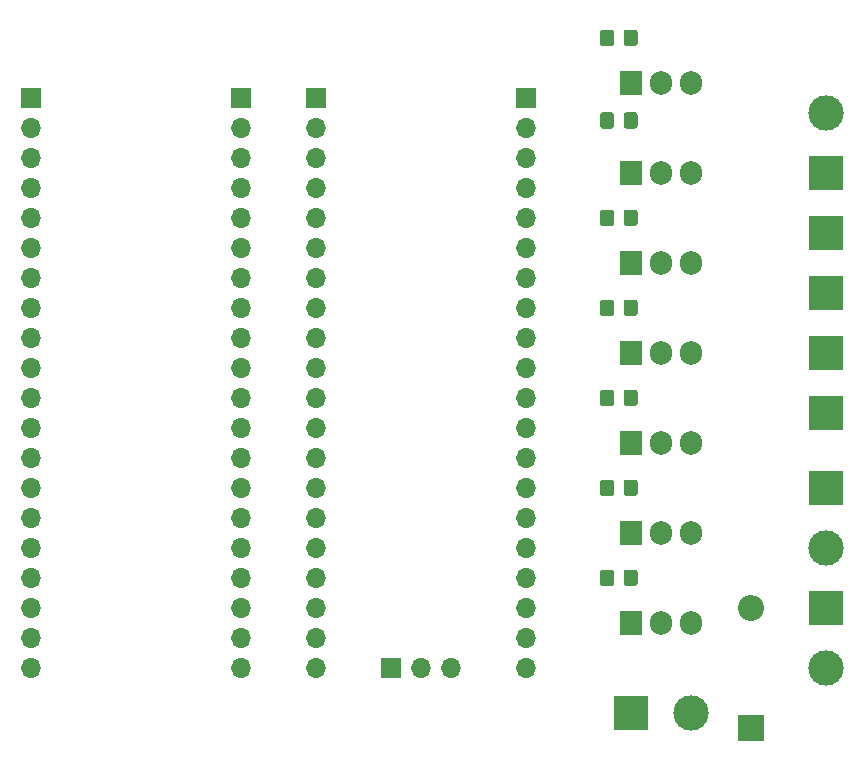
<source format=gbr>
%TF.GenerationSoftware,KiCad,Pcbnew,(5.1.10)-1*%
%TF.CreationDate,2022-01-11T17:35:31-08:00*%
%TF.ProjectId,science_cake_mosfets_2,73636965-6e63-4655-9f63-616b655f6d6f,rev?*%
%TF.SameCoordinates,Original*%
%TF.FileFunction,Soldermask,Top*%
%TF.FilePolarity,Negative*%
%FSLAX46Y46*%
G04 Gerber Fmt 4.6, Leading zero omitted, Abs format (unit mm)*
G04 Created by KiCad (PCBNEW (5.1.10)-1) date 2022-01-11 17:35:31*
%MOMM*%
%LPD*%
G01*
G04 APERTURE LIST*
%ADD10O,1.905000X2.000000*%
%ADD11R,1.905000X2.000000*%
%ADD12R,1.700000X1.700000*%
%ADD13O,1.700000X1.700000*%
%ADD14R,3.000000X3.000000*%
%ADD15C,3.000000*%
%ADD16R,2.200000X2.200000*%
%ADD17O,2.200000X2.200000*%
G04 APERTURE END LIST*
D10*
%TO.C,Q5*%
X148590000Y-100330000D03*
X146050000Y-100330000D03*
D11*
X143510000Y-100330000D03*
%TD*%
D12*
%TO.C,J3*%
X116840000Y-86360000D03*
D13*
X116840000Y-88900000D03*
X116840000Y-91440000D03*
X116840000Y-93980000D03*
X116840000Y-96520000D03*
X116840000Y-99060000D03*
X116840000Y-101600000D03*
X116840000Y-104140000D03*
X116840000Y-106680000D03*
X116840000Y-109220000D03*
X116840000Y-111760000D03*
X116840000Y-114300000D03*
X116840000Y-116840000D03*
X116840000Y-119380000D03*
X116840000Y-121920000D03*
X116840000Y-124460000D03*
X116840000Y-127000000D03*
X116840000Y-129540000D03*
X116840000Y-132080000D03*
X116840000Y-134620000D03*
%TD*%
%TO.C,J2*%
X110490000Y-134620000D03*
X110490000Y-132080000D03*
X110490000Y-129540000D03*
X110490000Y-127000000D03*
X110490000Y-124460000D03*
X110490000Y-121920000D03*
X110490000Y-119380000D03*
X110490000Y-116840000D03*
X110490000Y-114300000D03*
X110490000Y-111760000D03*
X110490000Y-109220000D03*
X110490000Y-106680000D03*
X110490000Y-104140000D03*
X110490000Y-101600000D03*
X110490000Y-99060000D03*
X110490000Y-96520000D03*
X110490000Y-93980000D03*
X110490000Y-91440000D03*
X110490000Y-88900000D03*
D12*
X110490000Y-86360000D03*
%TD*%
D11*
%TO.C,Q6*%
X143510000Y-107950000D03*
D10*
X146050000Y-107950000D03*
X148590000Y-107950000D03*
%TD*%
D14*
%TO.C,J7*%
X160020000Y-107950000D03*
X160020000Y-102870000D03*
X160020000Y-113030000D03*
X160020000Y-97790000D03*
X160020000Y-92710000D03*
D15*
X160020000Y-87630000D03*
%TD*%
D16*
%TO.C,D1*%
X153670000Y-139700000D03*
D17*
X153670000Y-129540000D03*
%TD*%
D13*
%TO.C,J1*%
X92710000Y-134620000D03*
X92710000Y-132080000D03*
X92710000Y-129540000D03*
X92710000Y-127000000D03*
X92710000Y-124460000D03*
X92710000Y-121920000D03*
X92710000Y-119380000D03*
X92710000Y-116840000D03*
X92710000Y-114300000D03*
X92710000Y-111760000D03*
X92710000Y-109220000D03*
X92710000Y-106680000D03*
X92710000Y-104140000D03*
X92710000Y-101600000D03*
X92710000Y-99060000D03*
X92710000Y-96520000D03*
X92710000Y-93980000D03*
X92710000Y-91440000D03*
X92710000Y-88900000D03*
D12*
X92710000Y-86360000D03*
%TD*%
%TO.C,J4*%
X123190000Y-134620000D03*
D13*
X125730000Y-134620000D03*
X128270000Y-134620000D03*
%TD*%
D12*
%TO.C,J5*%
X134620000Y-86360000D03*
D13*
X134620000Y-88900000D03*
X134620000Y-91440000D03*
X134620000Y-93980000D03*
X134620000Y-96520000D03*
X134620000Y-99060000D03*
X134620000Y-101600000D03*
X134620000Y-104140000D03*
X134620000Y-106680000D03*
X134620000Y-109220000D03*
X134620000Y-111760000D03*
X134620000Y-114300000D03*
X134620000Y-116840000D03*
X134620000Y-119380000D03*
X134620000Y-121920000D03*
X134620000Y-124460000D03*
X134620000Y-127000000D03*
X134620000Y-129540000D03*
X134620000Y-132080000D03*
X134620000Y-134620000D03*
%TD*%
D14*
%TO.C,J6*%
X143510000Y-138430000D03*
D15*
X148590000Y-138430000D03*
%TD*%
D14*
%TO.C,J8*%
X160020000Y-129540000D03*
D15*
X160020000Y-124460000D03*
X160020000Y-134620000D03*
D14*
X160020000Y-119380000D03*
%TD*%
D11*
%TO.C,Q1*%
X143510000Y-130810000D03*
D10*
X146050000Y-130810000D03*
X148590000Y-130810000D03*
%TD*%
%TO.C,Q2*%
X148590000Y-85090000D03*
X146050000Y-85090000D03*
D11*
X143510000Y-85090000D03*
%TD*%
%TO.C,Q3*%
X143510000Y-92710000D03*
D10*
X146050000Y-92710000D03*
X148590000Y-92710000D03*
%TD*%
D11*
%TO.C,Q4*%
X143510000Y-123190000D03*
D10*
X146050000Y-123190000D03*
X148590000Y-123190000D03*
%TD*%
%TO.C,Q7*%
X148590000Y-115570000D03*
X146050000Y-115570000D03*
D11*
X143510000Y-115570000D03*
%TD*%
%TO.C,R1*%
G36*
G01*
X144110000Y-126549999D02*
X144110000Y-127450001D01*
G75*
G02*
X143860001Y-127700000I-249999J0D01*
G01*
X143159999Y-127700000D01*
G75*
G02*
X142910000Y-127450001I0J249999D01*
G01*
X142910000Y-126549999D01*
G75*
G02*
X143159999Y-126300000I249999J0D01*
G01*
X143860001Y-126300000D01*
G75*
G02*
X144110000Y-126549999I0J-249999D01*
G01*
G37*
G36*
G01*
X142110000Y-126549999D02*
X142110000Y-127450001D01*
G75*
G02*
X141860001Y-127700000I-249999J0D01*
G01*
X141159999Y-127700000D01*
G75*
G02*
X140910000Y-127450001I0J249999D01*
G01*
X140910000Y-126549999D01*
G75*
G02*
X141159999Y-126300000I249999J0D01*
G01*
X141860001Y-126300000D01*
G75*
G02*
X142110000Y-126549999I0J-249999D01*
G01*
G37*
%TD*%
%TO.C,R2*%
G36*
G01*
X144110000Y-80829999D02*
X144110000Y-81730001D01*
G75*
G02*
X143860001Y-81980000I-249999J0D01*
G01*
X143159999Y-81980000D01*
G75*
G02*
X142910000Y-81730001I0J249999D01*
G01*
X142910000Y-80829999D01*
G75*
G02*
X143159999Y-80580000I249999J0D01*
G01*
X143860001Y-80580000D01*
G75*
G02*
X144110000Y-80829999I0J-249999D01*
G01*
G37*
G36*
G01*
X142110000Y-80829999D02*
X142110000Y-81730001D01*
G75*
G02*
X141860001Y-81980000I-249999J0D01*
G01*
X141159999Y-81980000D01*
G75*
G02*
X140910000Y-81730001I0J249999D01*
G01*
X140910000Y-80829999D01*
G75*
G02*
X141159999Y-80580000I249999J0D01*
G01*
X141860001Y-80580000D01*
G75*
G02*
X142110000Y-80829999I0J-249999D01*
G01*
G37*
%TD*%
%TO.C,R3*%
G36*
G01*
X142110000Y-87814999D02*
X142110000Y-88715001D01*
G75*
G02*
X141860001Y-88965000I-249999J0D01*
G01*
X141159999Y-88965000D01*
G75*
G02*
X140910000Y-88715001I0J249999D01*
G01*
X140910000Y-87814999D01*
G75*
G02*
X141159999Y-87565000I249999J0D01*
G01*
X141860001Y-87565000D01*
G75*
G02*
X142110000Y-87814999I0J-249999D01*
G01*
G37*
G36*
G01*
X144110000Y-87814999D02*
X144110000Y-88715001D01*
G75*
G02*
X143860001Y-88965000I-249999J0D01*
G01*
X143159999Y-88965000D01*
G75*
G02*
X142910000Y-88715001I0J249999D01*
G01*
X142910000Y-87814999D01*
G75*
G02*
X143159999Y-87565000I249999J0D01*
G01*
X143860001Y-87565000D01*
G75*
G02*
X144110000Y-87814999I0J-249999D01*
G01*
G37*
%TD*%
%TO.C,R4*%
G36*
G01*
X142110000Y-118929999D02*
X142110000Y-119830001D01*
G75*
G02*
X141860001Y-120080000I-249999J0D01*
G01*
X141159999Y-120080000D01*
G75*
G02*
X140910000Y-119830001I0J249999D01*
G01*
X140910000Y-118929999D01*
G75*
G02*
X141159999Y-118680000I249999J0D01*
G01*
X141860001Y-118680000D01*
G75*
G02*
X142110000Y-118929999I0J-249999D01*
G01*
G37*
G36*
G01*
X144110000Y-118929999D02*
X144110000Y-119830001D01*
G75*
G02*
X143860001Y-120080000I-249999J0D01*
G01*
X143159999Y-120080000D01*
G75*
G02*
X142910000Y-119830001I0J249999D01*
G01*
X142910000Y-118929999D01*
G75*
G02*
X143159999Y-118680000I249999J0D01*
G01*
X143860001Y-118680000D01*
G75*
G02*
X144110000Y-118929999I0J-249999D01*
G01*
G37*
%TD*%
%TO.C,R5*%
G36*
G01*
X144110000Y-96069999D02*
X144110000Y-96970001D01*
G75*
G02*
X143860001Y-97220000I-249999J0D01*
G01*
X143159999Y-97220000D01*
G75*
G02*
X142910000Y-96970001I0J249999D01*
G01*
X142910000Y-96069999D01*
G75*
G02*
X143159999Y-95820000I249999J0D01*
G01*
X143860001Y-95820000D01*
G75*
G02*
X144110000Y-96069999I0J-249999D01*
G01*
G37*
G36*
G01*
X142110000Y-96069999D02*
X142110000Y-96970001D01*
G75*
G02*
X141860001Y-97220000I-249999J0D01*
G01*
X141159999Y-97220000D01*
G75*
G02*
X140910000Y-96970001I0J249999D01*
G01*
X140910000Y-96069999D01*
G75*
G02*
X141159999Y-95820000I249999J0D01*
G01*
X141860001Y-95820000D01*
G75*
G02*
X142110000Y-96069999I0J-249999D01*
G01*
G37*
%TD*%
%TO.C,R6*%
G36*
G01*
X144110000Y-103689999D02*
X144110000Y-104590001D01*
G75*
G02*
X143860001Y-104840000I-249999J0D01*
G01*
X143159999Y-104840000D01*
G75*
G02*
X142910000Y-104590001I0J249999D01*
G01*
X142910000Y-103689999D01*
G75*
G02*
X143159999Y-103440000I249999J0D01*
G01*
X143860001Y-103440000D01*
G75*
G02*
X144110000Y-103689999I0J-249999D01*
G01*
G37*
G36*
G01*
X142110000Y-103689999D02*
X142110000Y-104590001D01*
G75*
G02*
X141860001Y-104840000I-249999J0D01*
G01*
X141159999Y-104840000D01*
G75*
G02*
X140910000Y-104590001I0J249999D01*
G01*
X140910000Y-103689999D01*
G75*
G02*
X141159999Y-103440000I249999J0D01*
G01*
X141860001Y-103440000D01*
G75*
G02*
X142110000Y-103689999I0J-249999D01*
G01*
G37*
%TD*%
%TO.C,R7*%
G36*
G01*
X142110000Y-111309999D02*
X142110000Y-112210001D01*
G75*
G02*
X141860001Y-112460000I-249999J0D01*
G01*
X141159999Y-112460000D01*
G75*
G02*
X140910000Y-112210001I0J249999D01*
G01*
X140910000Y-111309999D01*
G75*
G02*
X141159999Y-111060000I249999J0D01*
G01*
X141860001Y-111060000D01*
G75*
G02*
X142110000Y-111309999I0J-249999D01*
G01*
G37*
G36*
G01*
X144110000Y-111309999D02*
X144110000Y-112210001D01*
G75*
G02*
X143860001Y-112460000I-249999J0D01*
G01*
X143159999Y-112460000D01*
G75*
G02*
X142910000Y-112210001I0J249999D01*
G01*
X142910000Y-111309999D01*
G75*
G02*
X143159999Y-111060000I249999J0D01*
G01*
X143860001Y-111060000D01*
G75*
G02*
X144110000Y-111309999I0J-249999D01*
G01*
G37*
%TD*%
M02*

</source>
